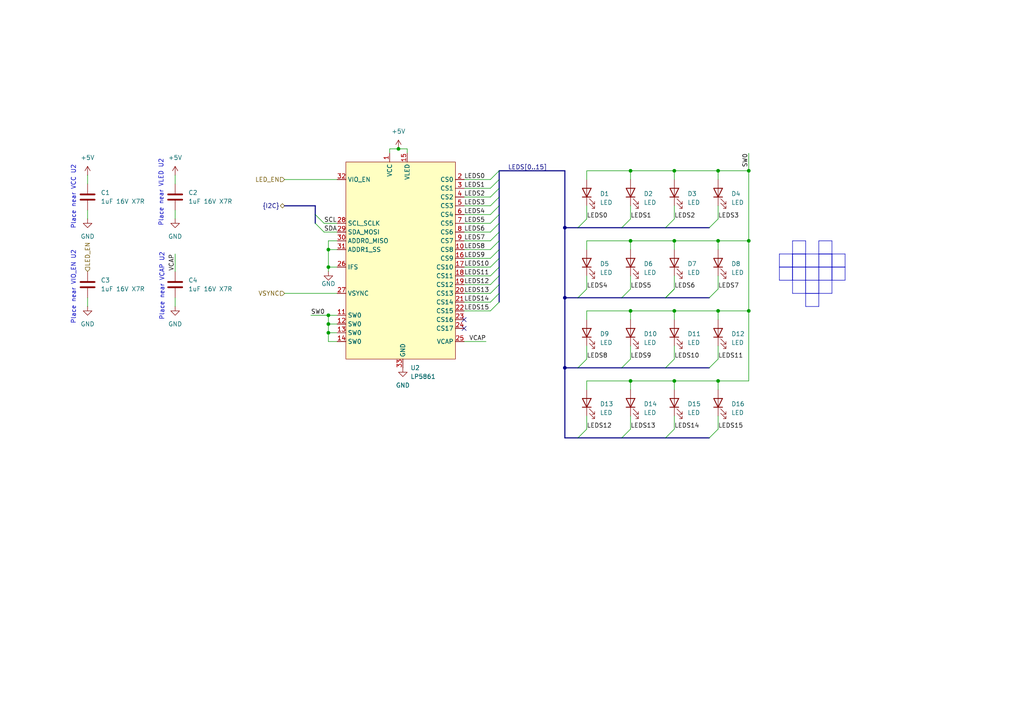
<source format=kicad_sch>
(kicad_sch (version 20231120) (generator "eeschema") (generator_version "8.0")
  (paper "A4")
  (lib_symbols
    (symbol "Device:C" (pin_numbers hide) (pin_names (offset 0.254))
      (property "Reference" "C" (at 0.635 2.54 0))
      (property "Value" "C" (at 0.635 -2.54 0))
      (symbol "C_0_1"
        (polyline (pts (xy -2.032 -0.762) (xy 2.032 -0.762)) (stroke (width 0.508)))
        (polyline (pts (xy -2.032 0.762) (xy 2.032 0.762)) (stroke (width 0.508)))
      )
      (symbol "C_1_1"
        (pin passive line (at 0 3.81 270) (length 2.794) (name "~") (number "1"))
        (pin passive line (at 0 -3.81 90) (length 2.794) (name "~") (number "2"))
      )
    )
    (symbol "Device:LED" (pin_numbers hide) (pin_names (offset 1.016) hide)
      (property "Reference" "D" (at 0 2.54 0))
      (property "Value" "LED" (at 0 -2.54 0))
      (symbol "LED_0_1"
        (polyline (pts (xy -1.27 -1.27) (xy -1.27 1.27)) (stroke (width 0.254)))
        (polyline (pts (xy -1.27 0) (xy 1.27 0)))
        (polyline (pts (xy 1.27 -1.27) (xy 1.27 1.27) (xy -1.27 0) (xy 1.27 -1.27)) (stroke (width 0.254)))
        (polyline (pts (xy -3.048 -0.762) (xy -4.572 -2.286) (xy -3.81 -2.286) (xy -4.572 -2.286) (xy -4.572 -1.524)))
        (polyline (pts (xy -1.778 -0.762) (xy -3.302 -2.286) (xy -2.54 -2.286) (xy -3.302 -2.286) (xy -3.302 -1.524)))
      )
      (symbol "LED_1_1"
        (pin passive line (at -3.81 0 0) (length 2.54) (name "K") (number "1"))
        (pin passive line (at 3.81 0 180) (length 2.54) (name "A") (number "2"))
      )
    )
    (symbol "minimi-library:LP5861"
      (property "Reference" "U" (at -0.762 0.762 0))
      (property "Value" "LP5861" (at 0 -2.54 0))
      (symbol "LP5861_1_1"
        (rectangle (start 0 0) (end 31.75 -57.15) (fill (type background)))
        (pin power_in line (at 12.7 2.54 270) (length 2.54) (name "VCC") (number "1"))
        (pin output line (at 34.29 -25.4 180) (length 2.54) (name "CS8") (number "10"))
        (pin passive line (at -2.54 -44.45 0) (length 2.54) (name "SW0") (number "11"))
        (pin passive line (at -2.54 -46.99 0) (length 2.54) (name "SW0") (number "12"))
        (pin passive line (at -2.54 -49.53 0) (length 2.54) (name "SW0") (number "13"))
        (pin passive line (at -2.54 -52.07 0) (length 2.54) (name "SW0") (number "14"))
        (pin power_in line (at 17.78 2.54 270) (length 2.54) (name "VLED") (number "15"))
        (pin output line (at 34.29 -27.94 180) (length 2.54) (name "CS9") (number "16"))
        (pin output line (at 34.29 -30.48 180) (length 2.54) (name "CS10") (number "17"))
        (pin output line (at 34.29 -33.02 180) (length 2.54) (name "CS11") (number "18"))
        (pin output line (at 34.29 -35.56 180) (length 2.54) (name "CS12") (number "19"))
        (pin output line (at 34.29 -5.08 180) (length 2.54) (name "CS0") (number "2"))
        (pin output line (at 34.29 -38.1 180) (length 2.54) (name "CS13") (number "20"))
        (pin output line (at 34.29 -40.64 180) (length 2.54) (name "CS14") (number "21"))
        (pin output line (at 34.29 -43.18 180) (length 2.54) (name "CS15") (number "22"))
        (pin output line (at 34.29 -45.72 180) (length 2.54) (name "CS16") (number "23"))
        (pin output line (at 34.29 -48.26 180) (length 2.54) (name "CS17") (number "24"))
        (pin output line (at 34.29 -52.07 180) (length 2.54) (name "VCAP") (number "25"))
        (pin input line (at -2.54 -30.48 0) (length 2.54) (name "IFS") (number "26"))
        (pin input line (at -2.54 -38.1 0) (length 2.54) (name "VSYNC") (number "27"))
        (pin input line (at -2.54 -17.78 0) (length 2.54) (name "SCL_SCLK") (number "28"))
        (pin bidirectional line (at -2.54 -20.32 0) (length 2.54) (name "SDA_MOSI") (number "29"))
        (pin output line (at 34.29 -7.62 180) (length 2.54) (name "CS1") (number "3"))
        (pin passive line (at -2.54 -22.86 0) (length 2.54) (name "ADDR0_MISO") (number "30"))
        (pin passive line (at -2.54 -25.4 0) (length 2.54) (name "ADDR1_SS") (number "31"))
        (pin input line (at -2.54 -5.08 0) (length 2.54) (name "VIO_EN") (number "32"))
        (pin power_in line (at 16.51 -59.69 90) (length 2.54) (name "GND") (number "33"))
        (pin output line (at 34.29 -10.16 180) (length 2.54) (name "CS2") (number "4"))
        (pin output line (at 34.29 -12.7 180) (length 2.54) (name "CS3") (number "5"))
        (pin output line (at 34.29 -15.24 180) (length 2.54) (name "CS4") (number "6"))
        (pin output line (at 34.29 -17.78 180) (length 2.54) (name "CS5") (number "7"))
        (pin output line (at 34.29 -20.32 180) (length 2.54) (name "CS6") (number "8"))
        (pin output line (at 34.29 -22.86 180) (length 2.54) (name "CS7") (number "9"))
      )
    )
    (symbol "power:+5V" (power) (pin_numbers hide) (pin_names (offset 0) hide)
      (property "Value" "+5V" (at 0 3.556 0))
      (symbol "+5V_0_1"
        (polyline (pts (xy -0.762 1.27) (xy 0 2.54)))
        (polyline (pts (xy 0 0) (xy 0 2.54)))
        (polyline (pts (xy 0 2.54) (xy 0.762 1.27)))
      )
      (symbol "+5V_1_1"
        (pin power_in line (at 0 0 90) (length 0) (name "~") (number "1"))
      )
    )
    (symbol "power:GND" (power) (pin_numbers hide) (pin_names (offset 0) hide)
      (property "Value" "GND" (at 0 -3.81 0))
      (symbol "GND_0_1"
        (polyline (pts (xy 0 0) (xy 0 -1.27) (xy 1.27 -1.27) (xy 0 -2.54) (xy -1.27 -1.27) (xy 0 -1.27)))
      )
      (symbol "GND_1_1"
        (pin power_in line (at 0 0 270) (length 0) (name "~") (number "1"))
      )
    )
  )
  (junction (at 208.28 69.85))
  (junction (at 195.58 110.49))
  (junction (at 217.17 49.53))
  (junction (at 182.88 90.17))
  (junction (at 195.58 49.53))
  (junction (at 208.28 110.49))
  (junction (at 182.88 110.49))
  (junction (at 95.25 91.44))
  (junction (at 163.83 86.36))
  (junction (at 217.17 69.85))
  (junction (at 208.28 49.53))
  (junction (at 182.88 69.85))
  (junction (at 163.83 106.68))
  (junction (at 217.17 90.17))
  (junction (at 95.25 77.47))
  (junction (at 208.28 90.17))
  (junction (at 95.25 96.52))
  (junction (at 182.88 49.53))
  (junction (at 95.25 93.98))
  (junction (at 195.58 90.17))
  (junction (at 95.25 72.39))
  (junction (at 115.57 43.18))
  (junction (at 163.83 66.04))
  (junction (at 195.58 69.85))
  (no_connect (at 134.62 95.25))
  (no_connect (at 134.62 92.71))
  (bus_entry (at 144.78 49.53) (size -2.54 2.54))
  (bus_entry (at 193.04 127) (size 2.54 -2.54))
  (bus_entry (at 144.78 69.85) (size -2.54 2.54))
  (bus_entry (at 93.98 67.31) (size -2.54 -2.54))
  (bus_entry (at 144.78 67.31) (size -2.54 2.54))
  (bus_entry (at 193.04 86.36) (size 2.54 -2.54))
  (bus_entry (at 193.04 66.04) (size 2.54 -2.54))
  (bus_entry (at 144.78 80.01) (size -2.54 2.54))
  (bus_entry (at 167.64 127) (size 2.54 -2.54))
  (bus_entry (at 180.34 127) (size 2.54 -2.54))
  (bus_entry (at 167.64 66.04) (size 2.54 -2.54))
  (bus_entry (at 144.78 57.15) (size -2.54 2.54))
  (bus_entry (at 91.44 62.23) (size 2.54 2.54))
  (bus_entry (at 144.78 87.63) (size -2.54 2.54))
  (bus_entry (at 205.74 127) (size 2.54 -2.54))
  (bus_entry (at 193.04 106.68) (size 2.54 -2.54))
  (bus_entry (at 144.78 52.07) (size -2.54 2.54))
  (bus_entry (at 205.74 106.68) (size 2.54 -2.54))
  (bus_entry (at 167.64 106.68) (size 2.54 -2.54))
  (bus_entry (at 144.78 82.55) (size -2.54 2.54))
  (bus_entry (at 170.18 83.82) (size -2.54 2.54))
  (bus_entry (at 144.78 62.23) (size -2.54 2.54))
  (bus_entry (at 144.78 59.69) (size -2.54 2.54))
  (bus_entry (at 205.74 86.36) (size 2.54 -2.54))
  (bus_entry (at 144.78 64.77) (size -2.54 2.54))
  (bus_entry (at 205.74 66.04) (size 2.54 -2.54))
  (bus_entry (at 144.78 74.93) (size -2.54 2.54))
  (bus_entry (at 180.34 66.04) (size 2.54 -2.54))
  (bus_entry (at 180.34 106.68) (size 2.54 -2.54))
  (bus_entry (at 144.78 72.39) (size -2.54 2.54))
  (bus_entry (at 180.34 86.36) (size 2.54 -2.54))
  (bus_entry (at 144.78 77.47) (size -2.54 2.54))
  (bus_entry (at 144.78 85.09) (size -2.54 2.54))
  (bus_entry (at 144.78 54.61) (size -2.54 2.54))
  (wire (pts (xy 195.58 113.03) (xy 195.58 110.49)))
  (wire (pts (xy 208.28 49.53) (xy 217.17 49.53)))
  (polyline (pts (xy 237.49 73.66) (xy 241.3 73.66)))
  (wire (pts (xy 195.58 110.49) (xy 208.28 110.49)))
  (polyline (pts (xy 233.68 73.66) (xy 237.49 73.66)))
  (polyline (pts (xy 229.87 73.66) (xy 229.87 77.47)))
  (wire (pts (xy 182.88 63.5) (xy 182.88 59.69)))
  (bus (pts (xy 163.83 106.68) (xy 167.64 106.68)))
  (bus (pts (xy 163.83 86.36) (xy 163.83 106.68)))
  (polyline (pts (xy 229.87 77.47) (xy 229.87 81.28)))
  (wire (pts (xy 208.28 72.39) (xy 208.28 69.85)))
  (wire (pts (xy 195.58 90.17) (xy 208.28 90.17)))
  (wire (pts (xy 140.97 99.06) (xy 134.62 99.06)))
  (wire (pts (xy 170.18 124.46) (xy 170.18 120.65)))
  (wire (pts (xy 93.98 67.31) (xy 97.79 67.31)))
  (bus (pts (xy 180.34 66.04) (xy 193.04 66.04)))
  (polyline (pts (xy 233.68 77.47) (xy 233.68 81.28)))
  (wire (pts (xy 208.28 113.03) (xy 208.28 110.49)))
  (wire (pts (xy 170.18 90.17) (xy 182.88 90.17)))
  (bus (pts (xy 163.83 66.04) (xy 163.83 86.36)))
  (bus (pts (xy 163.83 49.53) (xy 163.83 66.04)))
  (wire (pts (xy 95.25 91.44) (xy 97.79 91.44)))
  (polyline (pts (xy 233.68 81.28) (xy 237.49 81.28)))
  (polyline (pts (xy 226.06 77.47) (xy 226.06 81.28)))
  (wire (pts (xy 182.88 104.14) (xy 182.88 100.33)))
  (wire (pts (xy 95.25 99.06) (xy 95.25 96.52)))
  (wire (pts (xy 50.8 88.9) (xy 50.8 86.36)))
  (bus (pts (xy 91.44 64.77) (xy 91.44 62.23)))
  (bus (pts (xy 144.78 54.61) (xy 144.78 52.07)))
  (bus (pts (xy 193.04 66.04) (xy 205.74 66.04)))
  (wire (pts (xy 170.18 110.49) (xy 182.88 110.49)))
  (polyline (pts (xy 229.87 73.66) (xy 229.87 77.47)))
  (polyline (pts (xy 226.06 73.66) (xy 226.06 77.47)))
  (polyline (pts (xy 233.68 77.47) (xy 233.68 81.28)))
  (wire (pts (xy 170.18 80.01) (xy 170.18 83.82)))
  (bus (pts (xy 167.64 86.36) (xy 180.34 86.36)))
  (wire (pts (xy 82.55 52.07) (xy 97.79 52.07)))
  (wire (pts (xy 134.62 59.69) (xy 142.24 59.69)))
  (bus (pts (xy 144.78 59.69) (xy 144.78 57.15)))
  (polyline (pts (xy 229.87 81.28) (xy 229.87 85.09)))
  (wire (pts (xy 50.8 50.8) (xy 50.8 53.34)))
  (polyline (pts (xy 229.87 69.85) (xy 229.87 73.66)))
  (polyline (pts (xy 237.49 73.66) (xy 237.49 77.47)))
  (bus (pts (xy 167.64 127) (xy 180.34 127)))
  (wire (pts (xy 95.25 96.52) (xy 97.79 96.52)))
  (bus (pts (xy 91.44 59.69) (xy 82.55 59.69)))
  (wire (pts (xy 208.28 104.14) (xy 208.28 100.33)))
  (wire (pts (xy 134.62 85.09) (xy 142.24 85.09)))
  (wire (pts (xy 134.62 90.17) (xy 142.24 90.17)))
  (wire (pts (xy 97.79 72.39) (xy 95.25 72.39)))
  (wire (pts (xy 142.24 52.07) (xy 134.62 52.07)))
  (bus (pts (xy 167.64 66.04) (xy 180.34 66.04)))
  (wire (pts (xy 182.88 92.71) (xy 182.88 90.17)))
  (polyline (pts (xy 233.68 73.66) (xy 233.68 77.47)))
  (polyline (pts (xy 245.11 77.47) (xy 245.11 81.28)))
  (bus (pts (xy 163.83 127) (xy 167.64 127)))
  (polyline (pts (xy 241.3 73.66) (xy 241.3 77.47)))
  (wire (pts (xy 182.88 69.85) (xy 195.58 69.85)))
  (wire (pts (xy 208.28 120.65) (xy 208.28 124.46)))
  (polyline (pts (xy 233.68 85.09) (xy 237.49 85.09)))
  (polyline (pts (xy 241.3 73.66) (xy 245.11 73.66)))
  (wire (pts (xy 195.58 124.46) (xy 195.58 120.65)))
  (wire (pts (xy 195.58 92.71) (xy 195.58 90.17)))
  (polyline (pts (xy 241.3 85.09) (xy 237.49 85.09)))
  (polyline (pts (xy 237.49 77.47) (xy 237.49 81.28)))
  (polyline (pts (xy 233.68 81.28) (xy 233.68 85.09)))
  (bus (pts (xy 180.34 86.36) (xy 193.04 86.36)))
  (bus (pts (xy 144.78 72.39) (xy 144.78 69.85)))
  (polyline (pts (xy 241.3 73.66) (xy 241.3 77.47)))
  (wire (pts (xy 170.18 100.33) (xy 170.18 104.14)))
  (wire (pts (xy 95.25 77.47) (xy 97.79 77.47)))
  (wire (pts (xy 97.79 99.06) (xy 95.25 99.06)))
  (bus (pts (xy 163.83 66.04) (xy 167.64 66.04)))
  (polyline (pts (xy 233.68 77.47) (xy 229.87 77.47)))
  (polyline (pts (xy 226.06 73.66) (xy 229.87 73.66)))
  (wire (pts (xy 134.62 64.77) (xy 142.24 64.77)))
  (wire (pts (xy 95.25 93.98) (xy 95.25 91.44)))
  (polyline (pts (xy 245.11 81.28) (xy 241.3 81.28)))
  (wire (pts (xy 142.24 82.55) (xy 134.62 82.55)))
  (bus (pts (xy 144.78 77.47) (xy 144.78 74.93)))
  (wire (pts (xy 134.62 62.23) (xy 142.24 62.23)))
  (polyline (pts (xy 229.87 77.47) (xy 226.06 77.47)))
  (wire (pts (xy 195.58 83.82) (xy 195.58 80.01)))
  (bus (pts (xy 193.04 86.36) (xy 205.74 86.36)))
  (polyline (pts (xy 241.3 77.47) (xy 245.11 77.47)))
  (wire (pts (xy 217.17 69.85) (xy 217.17 90.17)))
  (wire (pts (xy 90.17 91.44) (xy 95.25 91.44)))
  (polyline (pts (xy 237.49 77.47) (xy 241.3 77.47)))
  (wire (pts (xy 170.18 59.69) (xy 170.18 63.5)))
  (bus (pts (xy 167.64 106.68) (xy 180.34 106.68)))
  (polyline (pts (xy 245.11 77.47) (xy 241.3 77.47)))
  (polyline (pts (xy 241.3 73.66) (xy 237.49 73.66)))
  (polyline (pts (xy 237.49 81.28) (xy 237.49 85.09)))
  (wire (pts (xy 182.88 110.49) (xy 195.58 110.49)))
  (wire (pts (xy 182.88 113.03) (xy 182.88 110.49)))
  (polyline (pts (xy 233.68 81.28) (xy 229.87 81.28)))
  (wire (pts (xy 170.18 69.85) (xy 182.88 69.85)))
  (wire (pts (xy 217.17 90.17) (xy 208.28 90.17)))
  (wire (pts (xy 217.17 69.85) (xy 208.28 69.85)))
  (wire (pts (xy 113.03 43.18) (xy 113.03 44.45)))
  (wire (pts (xy 95.25 93.98) (xy 97.79 93.98)))
  (wire (pts (xy 134.62 80.01) (xy 142.24 80.01)))
  (polyline (pts (xy 233.68 69.85) (xy 233.68 73.66)))
  (wire (pts (xy 195.58 63.5) (xy 195.58 59.69)))
  (polyline (pts (xy 241.3 77.47) (xy 241.3 81.28)))
  (bus (pts (xy 144.78 52.07) (xy 144.78 49.53)))
  (polyline (pts (xy 233.68 85.09) (xy 233.68 88.9)))
  (wire (pts (xy 25.4 50.8) (xy 25.4 53.34)))
  (polyline (pts (xy 229.87 77.47) (xy 233.68 77.47)))
  (wire (pts (xy 50.8 63.5) (xy 50.8 60.96)))
  (wire (pts (xy 134.62 69.85) (xy 142.24 69.85)))
  (polyline (pts (xy 237.49 85.09) (xy 233.68 85.09)))
  (polyline (pts (xy 233.68 85.09) (xy 229.87 85.09)))
  (wire (pts (xy 134.62 87.63) (xy 142.24 87.63)))
  (polyline (pts (xy 237.49 69.85) (xy 237.49 73.66)))
  (polyline (pts (xy 241.3 77.47) (xy 241.3 81.28)))
  (polyline (pts (xy 229.87 69.85) (xy 233.68 69.85)))
  (wire (pts (xy 182.88 90.17) (xy 195.58 90.17)))
  (polyline (pts (xy 237.49 69.85) (xy 241.3 69.85)))
  (bus (pts (xy 144.78 67.31) (xy 144.78 64.77)))
  (polyline (pts (xy 226.06 77.47) (xy 229.87 77.47)))
  (wire (pts (xy 25.4 63.5) (xy 25.4 60.96)))
  (wire (pts (xy 95.25 69.85) (xy 95.25 72.39)))
  (wire (pts (xy 50.8 73.66) (xy 50.8 78.74)))
  (bus (pts (xy 144.78 49.53) (xy 163.83 49.53)))
  (polyline (pts (xy 237.49 81.28) (xy 241.3 81.28)))
  (wire (pts (xy 95.25 77.47) (xy 95.25 78.74)))
  (wire (pts (xy 25.4 88.9) (xy 25.4 86.36)))
  (wire (pts (xy 208.28 92.71) (xy 208.28 90.17)))
  (wire (pts (xy 113.03 43.18) (xy 115.57 43.18)))
  (polyline (pts (xy 237.49 73.66) (xy 237.49 77.47)))
  (wire (pts (xy 170.18 113.03) (xy 170.18 110.49)))
  (wire (pts (xy 170.18 49.53) (xy 170.18 52.07)))
  (wire (pts (xy 182.88 120.65) (xy 182.88 124.46)))
  (polyline (pts (xy 229.87 81.28) (xy 226.06 81.28)))
  (wire (pts (xy 170.18 49.53) (xy 182.88 49.53)))
  (bus (pts (xy 193.04 127) (xy 205.74 127)))
  (polyline (pts (xy 237.49 81.28) (xy 233.68 81.28)))
  (bus (pts (xy 180.34 106.68) (xy 193.04 106.68)))
  (wire (pts (xy 208.28 83.82) (xy 208.28 80.01)))
  (wire (pts (xy 195.58 100.33) (xy 195.58 104.14)))
  (wire (pts (xy 93.98 64.77) (xy 97.79 64.77)))
  (wire (pts (xy 170.18 92.71) (xy 170.18 90.17)))
  (bus (pts (xy 144.78 80.01) (xy 144.78 77.47)))
  (wire (pts (xy 193.04 86.36) (xy 195.58 83.82)))
  (wire (pts (xy 217.17 44.45) (xy 217.17 49.53)))
  (polyline (pts (xy 229.87 77.47) (xy 229.87 81.28)))
  (polyline (pts (xy 237.49 77.47) (xy 233.68 77.47)))
  (wire (pts (xy 182.88 83.82) (xy 182.88 80.01)))
  (wire (pts (xy 217.17 49.53) (xy 217.17 69.85)))
  (wire (pts (xy 82.55 85.09) (xy 97.79 85.09)))
  (polyline (pts (xy 233.68 73.66) (xy 233.68 77.47)))
  (polyline (pts (xy 237.49 88.9) (xy 233.68 88.9)))
  (polyline (pts (xy 237.49 85.09) (xy 237.49 88.9)))
  (polyline (pts (xy 241.3 69.85) (xy 241.3 73.66)))
  (wire (pts (xy 118.11 43.18) (xy 118.11 44.45)))
  (wire (pts (xy 170.18 72.39) (xy 170.18 69.85)))
  (wire (pts (xy 95.25 72.39) (xy 95.25 77.47)))
  (wire (pts (xy 134.62 72.39) (xy 142.24 72.39)))
  (polyline (pts (xy 241.3 77.47) (xy 237.49 77.47)))
  (polyline (pts (xy 237.49 77.47) (xy 237.49 81.28)))
  (wire (pts (xy 95.25 96.52) (xy 95.25 93.98)))
  (wire (pts (xy 182.88 72.39) (xy 182.88 69.85)))
  (polyline (pts (xy 233.68 77.47) (xy 237.49 77.47)))
  (wire (pts (xy 182.88 49.53) (xy 182.88 52.07)))
  (wire (pts (xy 217.17 110.49) (xy 208.28 110.49)))
  (wire (pts (xy 195.58 49.53) (xy 208.28 49.53)))
  (polyline (pts (xy 229.87 73.66) (xy 233.68 73.66)))
  (wire (pts (xy 134.62 67.31) (xy 142.24 67.31)))
  (bus (pts (xy 163.83 106.68) (xy 163.83 127)))
  (bus (pts (xy 91.44 62.23) (xy 91.44 59.69)))
  (wire (pts (xy 208.28 49.53) (xy 208.28 52.07)))
  (bus (pts (xy 144.78 87.63) (xy 144.78 85.09)))
  (wire (pts (xy 217.17 90.17) (xy 217.17 110.49)))
  (wire (pts (xy 134.62 77.47) (xy 142.24 77.47)))
  (bus (pts (xy 144.78 74.93) (xy 144.78 72.39)))
  (wire (pts (xy 142.24 74.93) (xy 134.62 74.93)))
  (bus (pts (xy 144.78 57.15) (xy 144.78 54.61)))
  (wire (pts (xy 134.62 57.15) (xy 142.24 57.15)))
  (bus (pts (xy 144.78 69.85) (xy 144.78 67.31)))
  (wire (pts (xy 195.58 49.53) (xy 195.58 52.07)))
  (wire (pts (xy 134.62 54.61) (xy 142.24 54.61)))
  (bus (pts (xy 144.78 82.55) (xy 144.78 80.01)))
  (polyline (pts (xy 237.49 81.28) (xy 237.49 85.09)))
  (wire (pts (xy 208.28 63.5) (xy 208.28 59.69)))
  (bus (pts (xy 144.78 64.77) (xy 144.78 62.23)))
  (polyline (pts (xy 229.87 81.28) (xy 233.68 81.28)))
  (bus (pts (xy 144.78 85.09) (xy 144.78 82.55)))
  (polyline (pts (xy 233.68 81.28) (xy 233.68 85.09)))
  (polyline (pts (xy 233.68 73.66) (xy 229.87 73.66)))
  (bus (pts (xy 163.83 86.36) (xy 167.64 86.36)))
  (bus (pts (xy 180.34 127) (xy 193.04 127)))
  (polyline (pts (xy 245.11 73.66) (xy 245.11 77.47)))
  (bus (pts (xy 193.04 106.68) (xy 205.74 106.68)))
  (wire (pts (xy 195.58 69.85) (xy 208.28 69.85)))
  (bus (pts (xy 144.78 62.23) (xy 144.78 59.69)))
  (wire (pts (xy 195.58 72.39) (xy 195.58 69.85)))
  (polyline (pts (xy 241.3 81.28) (xy 241.3 85.09)))
  (wire (pts (xy 115.57 43.18) (xy 118.11 43.18)))
  (polyline (pts (xy 241.3 81.28) (xy 237.49 81.28)))
  (wire (pts (xy 195.58 49.53) (xy 182.88 49.53)))
  (wire (pts (xy 97.79 69.85) (xy 95.25 69.85)))
  (text "Place near VCC U2" (at 21.336 57.15 90) (effects (font (size 1.27 1.27))))
  (text "Place near VCAP U2" (at 46.99 83.058 90) (effects (font (size 1.27 1.27))))
  (text "Place near VLED U2" (at 46.736 55.88 90) (effects (font (size 1.27 1.27))))
  (text "Place near VIO_EN U2" (at 21.336 83.312 90) (effects (font (size 1.27 1.27))))
  (label "SW0" (at 90.17 91.44 0))
  (label "LEDS0" (at 134.62 52.07 0))
  (label "LEDS15" (at 208.28 124.46 0))
  (label "VCAP" (at 140.97 99.06 180))
  (label "LEDS8" (at 134.62 72.39 0))
  (label "LEDS5" (at 182.88 83.82 0))
  (label "LEDS9" (at 134.62 74.93 0))
  (label "LEDS8" (at 170.18 104.14 0))
  (label "LEDS14" (at 134.62 87.63 0))
  (label "LEDS11" (at 208.28 104.14 0))
  (label "LEDS9" (at 182.88 104.14 0))
  (label "LEDS1" (at 182.88 63.5 0))
  (label "LEDS6" (at 134.62 67.31 0))
  (label "LEDS11" (at 134.62 80.01 0))
  (label "LEDS10" (at 134.62 77.47 0))
  (label "LEDS2" (at 134.62 57.15 0))
  (label "LEDS4" (at 134.62 62.23 0))
  (label "LEDS5" (at 134.62 64.77 0))
  (label "LEDS7" (at 134.62 69.85 0))
  (label "LEDS2" (at 195.58 63.5 0))
  (label "SDA" (at 93.98 67.31 0))
  (label "LEDS1" (at 134.62 54.61 0))
  (label "LEDS7" (at 208.28 83.82 0))
  (label "SCL" (at 93.98 64.77 0))
  (label "SW0" (at 217.17 44.45 270))
  (label "LEDS3" (at 134.62 59.69 0))
  (label "VCAP" (at 50.8 73.66 270))
  (label "LEDS0" (at 170.18 63.5 0))
  (label "LEDS14" (at 195.58 124.46 0))
  (label "LEDS4" (at 170.18 83.82 0))
  (label "LEDS15" (at 134.62 90.17 0))
  (label "LEDS[0..15]" (at 147.32 49.53 0))
  (label "LEDS3" (at 208.28 63.5 0))
  (label "LEDS6" (at 195.58 83.82 0))
  (label "LEDS13" (at 134.62 85.09 0))
  (label "LEDS10" (at 195.58 104.14 0))
  (label "LEDS12" (at 134.62 82.55 0))
  (label "LEDS12" (at 170.18 124.46 0))
  (label "LEDS13" (at 182.88 124.46 0))
  (hierarchical_label "LED_EN" (shape input) (at 25.4 78.74 90))
  (hierarchical_label "VSYNC" (shape input) (at 82.55 85.09 180))
  (hierarchical_label "{I2C}" (shape bidirectional) (at 82.55 59.69 180))
  (hierarchical_label "LED_EN" (shape input) (at 82.55 52.07 180))
  (symbol (lib_id "Device:LED") (at 182.88 76.2 90) (unit 1)
    (property "Reference" "D6" (at 186.69 76.5174 90) (effects (justify right)))
    (property "Value" "LED" (at 186.69 79.0574 90) (effects (justify right)))
    (property "Footprint" "LED_SMD:LED_0603_1608Metric" (effects (hide yes)))
    (property "Datasheet" "https://www.we-online.com/components/products/datasheet/150060RS75000.pdf" (effects (hide yes)))
    (property "Description" "Standard LEDs - SMD WL-SMCW SMDMono TpVw Waterclr 0603 Red" (effects (hide yes)))
  )
  (symbol (lib_id "Device:LED") (at 195.58 96.52 90) (unit 1)
    (property "Reference" "D11" (at 199.39 96.8374 90) (effects (justify right)))
    (property "Value" "LED" (at 199.39 99.3774 90) (effects (justify right)))
    (property "Footprint" "LED_SMD:LED_0603_1608Metric" (effects (hide yes)))
    (property "Datasheet" "https://www.we-online.com/components/products/datasheet/150060RS75000.pdf" (effects (hide yes)))
    (property "Description" "Standard LEDs - SMD WL-SMCW SMDMono TpVw Waterclr 0603 Red" (effects (hide yes)))
  )
  (symbol (lib_id "Device:LED") (at 170.18 76.2 90) (unit 1)
    (property "Reference" "D5" (at 173.99 76.5174 90) (effects (justify right)))
    (property "Value" "LED" (at 173.99 79.0574 90) (effects (justify right)))
    (property "Footprint" "LED_SMD:LED_0603_1608Metric" (effects (hide yes)))
    (property "Datasheet" "https://www.we-online.com/components/products/datasheet/150060RS75000.pdf" (effects (hide yes)))
    (property "Description" "Standard LEDs - SMD WL-SMCW SMDMono TpVw Waterclr 0603 Red" (effects (hide yes)))
  )
  (symbol (lib_id "Device:LED") (at 170.18 96.52 90) (unit 1)
    (property "Reference" "D9" (at 173.99 96.8374 90) (effects (justify right)))
    (property "Value" "LED" (at 173.99 99.3774 90) (effects (justify right)))
    (property "Footprint" "LED_SMD:LED_0603_1608Metric" (effects (hide yes)))
    (property "Datasheet" "https://www.we-online.com/components/products/datasheet/150060RS75000.pdf" (effects (hide yes)))
    (property "Description" "Standard LEDs - SMD WL-SMCW SMDMono TpVw Waterclr 0603 Red" (effects (hide yes)))
  )
  (symbol (lib_id "Device:C") (at 25.4 82.55 0) (unit 1)
    (property "Reference" "C3" (at 29.21 81.2799 0) (effects (justify left)))
    (property "Value" "1uF 16V X7R" (at 29.21 83.8199 0) (effects (justify left)))
    (property "Footprint" "Capacitor_SMD:C_0603_1608Metric" (effects (hide yes)))
    (property "Datasheet" "https://www.mouser.ca/datasheet/2/210/WTC_MLCC_General_Purpose-1534899.pdf" (effects (hide yes)))
    (property "Description" "Unpolarized capacitor" (effects (hide yes)))
  )
  (symbol (lib_id "Device:LED") (at 195.58 116.84 90) (unit 1)
    (property "Reference" "D15" (at 199.39 117.1574 90) (effects (justify right)))
    (property "Value" "LED" (at 199.39 119.6974 90) (effects (justify right)))
    (property "Footprint" "LED_SMD:LED_0603_1608Metric" (effects (hide yes)))
    (property "Datasheet" "https://www.we-online.com/components/products/datasheet/150060RS75000.pdf" (effects (hide yes)))
    (property "Description" "Standard LEDs - SMD WL-SMCW SMDMono TpVw Waterclr 0603 Red" (effects (hide yes)))
  )
  (symbol (lib_id "Device:LED") (at 195.58 76.2 90) (unit 1)
    (property "Reference" "D7" (at 199.39 76.5174 90) (effects (justify right)))
    (property "Value" "LED" (at 199.39 79.0574 90) (effects (justify right)))
    (property "Footprint" "LED_SMD:LED_0603_1608Metric" (effects (hide yes)))
    (property "Datasheet" "https://www.we-online.com/components/products/datasheet/150060RS75000.pdf" (effects (hide yes)))
    (property "Description" "Standard LEDs - SMD WL-SMCW SMDMono TpVw Waterclr 0603 Red" (effects (hide yes)))
  )
  (symbol (lib_id "minimi-library:LP5861") (at 100.33 46.99 0) (unit 1)
    (property "Reference" "U2" (at 119.0341 106.68 0) (effects (justify left)))
    (property "Value" "LP5861" (at 119.0341 109.22 0) (effects (justify left)))
    (property "Footprint" "Package_DFN_QFN:VQFN-32-1EP_4x4mm_P0.4mm_EP2.8x2.8mm_ThermalVias" (effects (hide yes)))
    (property "Datasheet" "https://www.ti.com/lit/ds/symlink/lp5861.pdf" (effects (hide yes)))
    (property "Description" "LP5861 18-Channel LED Driver With 8-Bit Analog and 8-/16-Bit PWM Dimming" (effects (hide yes)))
  )
  (symbol (lib_id "Device:C") (at 25.4 57.15 0) (unit 1)
    (property "Reference" "C1" (at 29.21 55.8799 0) (effects (justify left)))
    (property "Value" "1uF 16V X7R" (at 29.21 58.4199 0) (effects (justify left)))
    (property "Footprint" "Capacitor_SMD:C_0603_1608Metric" (effects (hide yes)))
    (property "Datasheet" "https://www.mouser.ca/datasheet/2/210/WTC_MLCC_General_Purpose-1534899.pdf" (effects (hide yes)))
    (property "Description" "Unpolarized capacitor" (effects (hide yes)))
  )
  (symbol (lib_id "power:GND") (at 116.84 106.68 0) (unit 1)
    (property "Reference" "#PWR012" (effects (hide yes)))
    (property "Value" "GND" (at 116.84 111.76 0))
    (property "Description" "Power symbol creates a global label with name \"GND\" , ground" (effects (hide yes)))
  )
  (symbol (lib_id "Device:LED") (at 195.58 55.88 90) (unit 1)
    (property "Reference" "D3" (at 199.39 56.1974 90) (effects (justify right)))
    (property "Value" "LED" (at 199.39 58.7374 90) (effects (justify right)))
    (property "Footprint" "LED_SMD:LED_0603_1608Metric" (effects (hide yes)))
    (property "Datasheet" "https://www.we-online.com/components/products/datasheet/150060RS75000.pdf" (effects (hide yes)))
    (property "Description" "Standard LEDs - SMD WL-SMCW SMDMono TpVw Waterclr 0603 Red" (effects (hide yes)))
  )
  (symbol (lib_id "Device:LED") (at 208.28 96.52 90) (unit 1)
    (property "Reference" "D12" (at 212.09 96.8374 90) (effects (justify right)))
    (property "Value" "LED" (at 212.09 99.3774 90) (effects (justify right)))
    (property "Footprint" "LED_SMD:LED_0603_1608Metric" (effects (hide yes)))
    (property "Datasheet" "https://www.we-online.com/components/products/datasheet/150060RS75000.pdf" (effects (hide yes)))
    (property "Description" "Standard LEDs - SMD WL-SMCW SMDMono TpVw Waterclr 0603 Red" (effects (hide yes)))
  )
  (symbol (lib_id "Device:LED") (at 208.28 55.88 90) (unit 1)
    (property "Reference" "D4" (at 212.09 56.1974 90) (effects (justify right)))
    (property "Value" "LED" (at 212.09 58.7374 90) (effects (justify right)))
    (property "Footprint" "LED_SMD:LED_0603_1608Metric" (effects (hide yes)))
    (property "Datasheet" "https://www.we-online.com/components/products/datasheet/150060RS75000.pdf" (effects (hide yes)))
    (property "Description" "Standard LEDs - SMD WL-SMCW SMDMono TpVw Waterclr 0603 Red" (effects (hide yes)))
  )
  (symbol (lib_id "power:GND") (at 95.25 78.74 0) (unit 1)
    (property "Reference" "#PWR09" (effects (hide yes)))
    (property "Value" "GND" (at 95.25 82.296 0))
    (property "Description" "Power symbol creates a global label with name \"GND\" , ground" (effects (hide yes)))
  )
  (symbol (lib_id "Device:LED") (at 170.18 116.84 90) (unit 1)
    (property "Reference" "D13" (at 173.99 117.1574 90) (effects (justify right)))
    (property "Value" "LED" (at 173.99 119.6974 90) (effects (justify right)))
    (property "Footprint" "LED_SMD:LED_0603_1608Metric" (effects (hide yes)))
    (property "Datasheet" "https://www.we-online.com/components/products/datasheet/150060RS75000.pdf" (effects (hide yes)))
    (property "Description" "Standard LEDs - SMD WL-SMCW SMDMono TpVw Waterclr 0603 Red" (effects (hide yes)))
  )
  (symbol (lib_id "Device:C") (at 50.8 57.15 0) (unit 1)
    (property "Reference" "C2" (at 54.61 55.8799 0) (effects (justify left)))
    (property "Value" "1uF 16V X7R" (at 54.61 58.4199 0) (effects (justify left)))
    (property "Footprint" "Capacitor_SMD:C_0603_1608Metric" (effects (hide yes)))
    (property "Datasheet" "https://www.mouser.ca/datasheet/2/210/WTC_MLCC_General_Purpose-1534899.pdf" (effects (hide yes)))
    (property "Description" "Unpolarized capacitor" (effects (hide yes)))
  )
  (symbol (lib_id "power:+5V") (at 115.57 43.18 0) (unit 1)
    (property "Reference" "#PWR04" (effects (hide yes)))
    (property "Value" "+5V" (at 115.57 38.1 0))
    (property "Description" "Power symbol creates a global label with name \"+5V\"" (effects (hide yes)))
  )
  (symbol (lib_id "Device:LED") (at 182.88 96.52 90) (unit 1)
    (property "Reference" "D10" (at 186.69 96.8374 90) (effects (justify right)))
    (property "Value" "LED" (at 186.69 99.3774 90) (effects (justify right)))
    (property "Footprint" "LED_SMD:LED_0603_1608Metric" (effects (hide yes)))
    (property "Datasheet" "https://www.we-online.com/components/products/datasheet/150060RS75000.pdf" (effects (hide yes)))
    (property "Description" "Standard LEDs - SMD WL-SMCW SMDMono TpVw Waterclr 0603 Red" (effects (hide yes)))
  )
  (symbol (lib_id "Device:LED") (at 208.28 76.2 90) (unit 1)
    (property "Reference" "D8" (at 212.09 76.5174 90) (effects (justify right)))
    (property "Value" "LED" (at 212.09 79.0574 90) (effects (justify right)))
    (property "Footprint" "LED_SMD:LED_0603_1608Metric" (effects (hide yes)))
    (property "Datasheet" "https://www.we-online.com/components/products/datasheet/150060RS75000.pdf" (effects (hide yes)))
    (property "Description" "Standard LEDs - SMD WL-SMCW SMDMono TpVw Waterclr 0603 Red" (effects (hide yes)))
  )
  (symbol (lib_id "Device:LED") (at 170.18 55.88 90) (unit 1)
    (property "Reference" "D1" (at 173.99 56.1974 90) (effects (justify right)))
    (property "Value" "LED" (at 173.99 58.7374 90) (effects (justify right)))
    (property "Footprint" "LED_SMD:LED_0603_1608Metric" (effects (hide yes)))
    (property "Datasheet" "https://www.we-online.com/components/products/datasheet/150060RS75000.pdf" (effects (hide yes)))
    (property "Description" "Standard LEDs - SMD WL-SMCW SMDMono TpVw Waterclr 0603 Red" (effects (hide yes)))
  )
  (symbol (lib_id "power:GND") (at 50.8 63.5 0) (unit 1)
    (property "Reference" "#PWR08" (effects (hide yes)))
    (property "Value" "GND" (at 50.8 68.58 0))
    (property "Description" "Power symbol creates a global label with name \"GND\" , ground" (effects (hide yes)))
  )
  (symbol (lib_id "Device:LED") (at 182.88 116.84 90) (unit 1)
    (property "Reference" "D14" (at 186.69 117.1574 90) (effects (justify right)))
    (property "Value" "LED" (at 186.69 119.6974 90) (effects (justify right)))
    (property "Footprint" "LED_SMD:LED_0603_1608Metric" (effects (hide yes)))
    (property "Datasheet" "https://www.we-online.com/components/products/datasheet/150060RS75000.pdf" (effects (hide yes)))
    (property "Description" "Standard LEDs - SMD WL-SMCW SMDMono TpVw Waterclr 0603 Red" (effects (hide yes)))
  )
  (symbol (lib_id "power:GND") (at 50.8 88.9 0) (unit 1)
    (property "Reference" "#PWR011" (effects (hide yes)))
    (property "Value" "GND" (at 50.8 93.98 0))
    (property "Description" "Power symbol creates a global label with name \"GND\" , ground" (effects (hide yes)))
  )
  (symbol (lib_id "power:GND") (at 25.4 88.9 0) (unit 1)
    (property "Reference" "#PWR010" (effects (hide yes)))
    (property "Value" "GND" (at 25.4 93.98 0))
    (property "Description" "Power symbol creates a global label with name \"GND\" , ground" (effects (hide yes)))
  )
  (symbol (lib_id "Device:C") (at 50.8 82.55 0) (unit 1)
    (property "Reference" "C4" (at 54.61 81.2799 0) (effects (justify left)))
    (property "Value" "1uF 16V X7R" (at 54.61 83.8199 0) (effects (justify left)))
    (property "Footprint" "Capacitor_SMD:C_0603_1608Metric" (effects (hide yes)))
    (property "Datasheet" "https://www.mouser.ca/datasheet/2/210/WTC_MLCC_General_Purpose-1534899.pdf" (effects (hide yes)))
    (property "Description" "Unpolarized capacitor" (effects (hide yes)))
  )
  (symbol (lib_id "power:+5V") (at 25.4 50.8 0) (unit 1)
    (property "Reference" "#PWR05" (effects (hide yes)))
    (property "Value" "+5V" (at 25.4 45.72 0))
    (property "Description" "Power symbol creates a global label with name \"+5V\"" (effects (hide yes)))
  )
  (symbol (lib_id "power:+5V") (at 50.8 50.8 0) (unit 1)
    (property "Reference" "#PWR06" (effects (hide yes)))
    (property "Value" "+5V" (at 50.8 45.72 0))
    (property "Description" "Power symbol creates a global label with name \"+5V\"" (effects (hide yes)))
  )
  (symbol (lib_id "power:GND") (at 25.4 63.5 0) (unit 1)
    (property "Reference" "#PWR07" (effects (hide yes)))
    (property "Value" "GND" (at 25.4 68.58 0))
    (property "Description" "Power symbol creates a global label with name \"GND\" , ground" (effects (hide yes)))
  )
  (symbol (lib_id "Device:LED") (at 208.28 116.84 90) (unit 1)
    (property "Reference" "D16" (at 212.09 117.1574 90) (effects (justify right)))
    (property "Value" "LED" (at 212.09 119.6974 90) (effects (justify right)))
    (property "Footprint" "LED_SMD:LED_0603_1608Metric" (effects (hide yes)))
    (property "Datasheet" "https://www.we-online.com/components/products/datasheet/150060RS75000.pdf" (effects (hide yes)))
    (property "Description" "Standard LEDs - SMD WL-SMCW SMDMono TpVw Waterclr 0603 Red" (effects (hide yes)))
  )
  (symbol (lib_id "Device:LED") (at 182.88 55.88 90) (unit 1)
    (property "Reference" "D2" (at 186.69 56.1974 90) (effects (justify right)))
    (property "Value" "LED" (at 186.69 58.7374 90) (effects (justify right)))
    (property "Footprint" "LED_SMD:LED_0603_1608Metric" (effects (hide yes)))
    (property "Datasheet" "https://www.we-online.com/components/products/datasheet/150060RS75000.pdf" (effects (hide yes)))
    (property "Description" "Standard LEDs - SMD WL-SMCW SMDMono TpVw Waterclr 0603 Red" (effects (hide yes)))
  )
)
</source>
